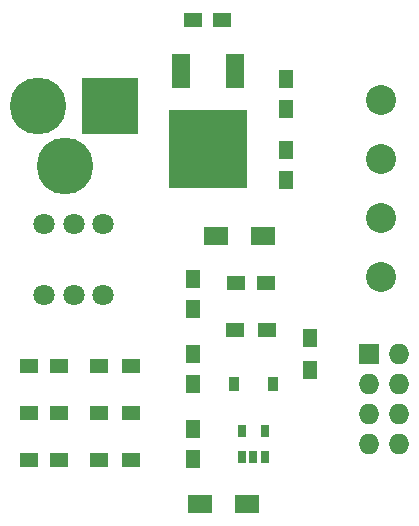
<source format=gbr>
%FSLAX46Y46*%
G04 Gerber Fmt 4.6, Leading zero omitted, Abs format (unit mm)*
G04 Created by KiCad (PCBNEW (2014-10-22 BZR 5214)-product) date Sat 10 Oct 2015 08:53:24 PM EDT*
%MOMM*%
G01*
G04 APERTURE LIST*
%ADD10C,0.200000*%
%ADD11R,2.000000X1.600000*%
%ADD12R,1.250000X1.500000*%
%ADD13R,1.500000X1.250000*%
%ADD14C,4.800600*%
%ADD15R,4.800600X4.800600*%
%ADD16R,0.910000X1.220000*%
%ADD17R,1.727200X1.727200*%
%ADD18O,1.727200X1.727200*%
%ADD19R,1.500000X1.300000*%
%ADD20R,1.300000X1.500000*%
%ADD21R,0.650000X1.060000*%
%ADD22R,1.600000X3.000000*%
%ADD23R,6.700000X6.700000*%
%ADD24C,1.800000*%
%ADD25C,2.540000*%
G04 APERTURE END LIST*
D10*
D11*
X168660000Y-144700000D03*
X172660000Y-144700000D03*
D12*
X168120000Y-132020000D03*
X168120000Y-134520000D03*
D13*
X168090000Y-103710000D03*
X170590000Y-103710000D03*
X171750000Y-126000000D03*
X174250000Y-126000000D03*
D12*
X176000000Y-111250000D03*
X176000000Y-108750000D03*
D11*
X170000000Y-122000000D03*
X174000000Y-122000000D03*
D14*
X155000000Y-111000000D03*
D15*
X161096000Y-111000000D03*
D14*
X157286000Y-116080000D03*
D13*
X156750000Y-141000000D03*
X154250000Y-141000000D03*
X156750000Y-137000000D03*
X154250000Y-137000000D03*
X154250000Y-133000000D03*
X156750000Y-133000000D03*
D16*
X171565000Y-134540000D03*
X174835000Y-134540000D03*
D12*
X168120000Y-138370000D03*
X168120000Y-140870000D03*
X168120000Y-128170000D03*
X168120000Y-125670000D03*
D17*
X183000000Y-132000000D03*
D18*
X185540000Y-132000000D03*
X183000000Y-134540000D03*
X185540000Y-134540000D03*
X183000000Y-137080000D03*
X185540000Y-137080000D03*
X183000000Y-139620000D03*
X185540000Y-139620000D03*
D19*
X162850000Y-141000000D03*
X160150000Y-141000000D03*
X162850000Y-137000000D03*
X160150000Y-137000000D03*
X162850000Y-133000000D03*
X160150000Y-133000000D03*
X171650000Y-130000000D03*
X174350000Y-130000000D03*
D20*
X178000000Y-130650000D03*
X178000000Y-133350000D03*
D21*
X172250000Y-140720000D03*
X173200000Y-140720000D03*
X174150000Y-140720000D03*
X174150000Y-138520000D03*
X172250000Y-138520000D03*
D22*
X171640000Y-108030000D03*
X167040000Y-108030000D03*
D23*
X169340000Y-114680000D03*
D24*
X155500000Y-121000000D03*
X158000000Y-121000000D03*
X160500000Y-121000000D03*
X155500000Y-127000000D03*
X158000000Y-127000000D03*
X160500000Y-127000000D03*
D12*
X176000000Y-114750000D03*
X176000000Y-117250000D03*
D25*
X184000000Y-120500000D03*
X184000000Y-115500000D03*
X184000000Y-110500000D03*
X184000000Y-125500000D03*
M02*

</source>
